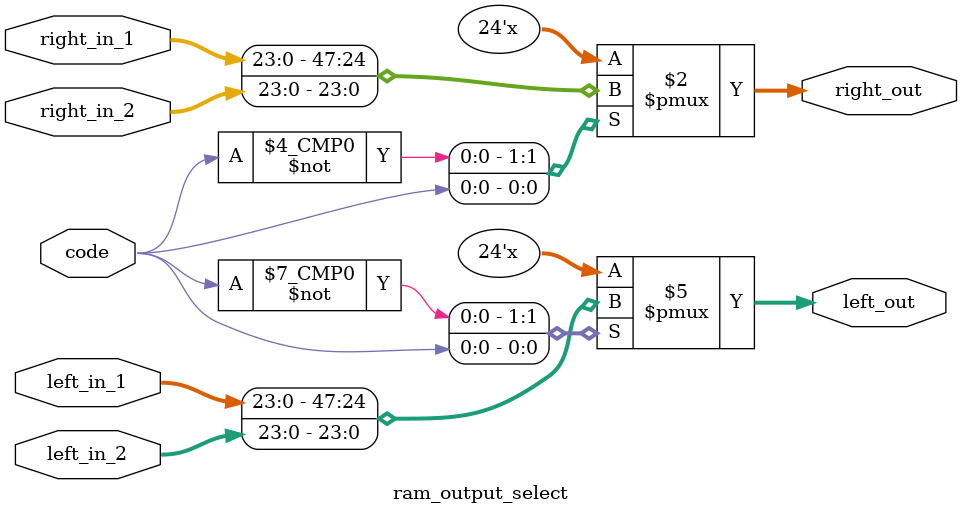
<source format=v>
module samplertest(left_out, right_out, reset, clk, code);

	//input select; //RAM/wavefile selector ~ maps to keyboard keys at high level. Set at 1 bit for test
	
	input clk;
	input code;
	input reset;

	output [23:0] left_out;
	output [23:0] right_out;
	
	
	
	wire [14:0] s1_a;
	wire [14:0] s1_b;
	wire [14:0] s2_a;
	wire [14:0] s2_b;
	
	wire [23:0] ram1_l, ram1_r, ram2_l, ram2_r;
	
	wire rate_div_out;

	wire s1_EN, s1_reset, s2_EN, s2_reset;
	
	rateCounter sample_rate_pulse(clk, reset, 1, rate_div_out); //approx. 44.1kHz pulse
	
	sampletrigger st(code, s1_EN, s1_reset, s2_EN, s2_reset);
	
	newseventeenbitcounter s1_al(
		.EN(s1_EN),
		.clk(rate_div_out),
		.clear_b(s1_reset),
		.stored(s1_a));
		
	newseventeenbitcounter s1_ar(
		.EN(s1_EN),
		.clk(rate_div_out),
		.clear_b(s1_reset),
		.stored(s1_b));
		
		
	newseventeenbitcounter s2_al(
		.EN(s2_EN),
		.clk(rate_div_out),
		.clear_b(s2_reset),
		.stored(s2_a));
		
	newseventeenbitcounter s2_ar(
		.EN(s2_EN),
		.clk(rate_div_out),
		.clear_b(s2_reset),
		.stored(s2_b));
		

//	wavfileselect m1(select, ..)

	ram_24bit_audio sample1(
		.address_a(s1_a),
		.address_b(s1_b),
		.clock(clk),
		.data_a(0),
		.data_b(0),
		.wren_a(0),
		.wren_b(0),
		.q_a(ram1_l),
		.q_b(ram1_r));
		
	ram_24bit_audio_2 sample2(
		.address_a(s2_a),
		.address_b(s2_b),
		.clock(clk),
		.data_a(0),
		.data_b(0),
		.wren_a(0),
		.wren_b(0),
		.q_a(ram2_l),
		.q_b(ram2_r));
		
	ram_output_select out_select(left_out, right_out, ram1_l, ram1_r, ram2_l, ram2_r, code);

endmodule

module ram_output_select(left_out, right_out, left_in_1, right_in_1, left_in_2, right_in_2, code);
	
	input code;
	
	input [23:0] left_in_1;
	input [23:0] right_in_1;
	input [23:0] left_in_2;
	input [23:0] right_in_2;
	
	output [23:0] left_out;
	output [23:0] right_out;
	
	reg [23:0] left_out;
	reg [23:0] right_out;
	
	always @(*)
	begin
		case (code)
			1'b0 :
				begin
					left_out <= left_in_1;
					right_out <= right_in_1;
				end
			1'b1 :
				begin
					left_out <= left_in_2;
					right_out <= right_in_2;
				end
			default :				
				begin
					left_out <= left_in_1;
					right_out <= right_in_1;
				end
		endcase
	end

endmodule

//module wavfileselect(select, in_left, in_right)
//	ram_output_select out_select(left_out. right_out, ram1_l, ram1_r, ram2_l, ram2_r, code);
//	// select bits specify a RAM module to probe for audiodata.
//
//	input select;
//	
//	input [16:0] in_left;
//	input [16:0] in_right;
//	
//	reg [16:0] q;
//	reg [16:0] s;
//
//	always @(*)
//    begin
//        if (select == 1'b0)
//				begin
//					assign in_left <= samplertest.s1_a;
//					assign in_right <= samplertest.s1_b;
//				end
//				
//        else if (select == 1'b1)
//				begin
//					assign in_left <= samplertest.s2_a;
//					assign in_right <= samplertest.s2_b;
//				end
//    end
//
//endmodule


</source>
